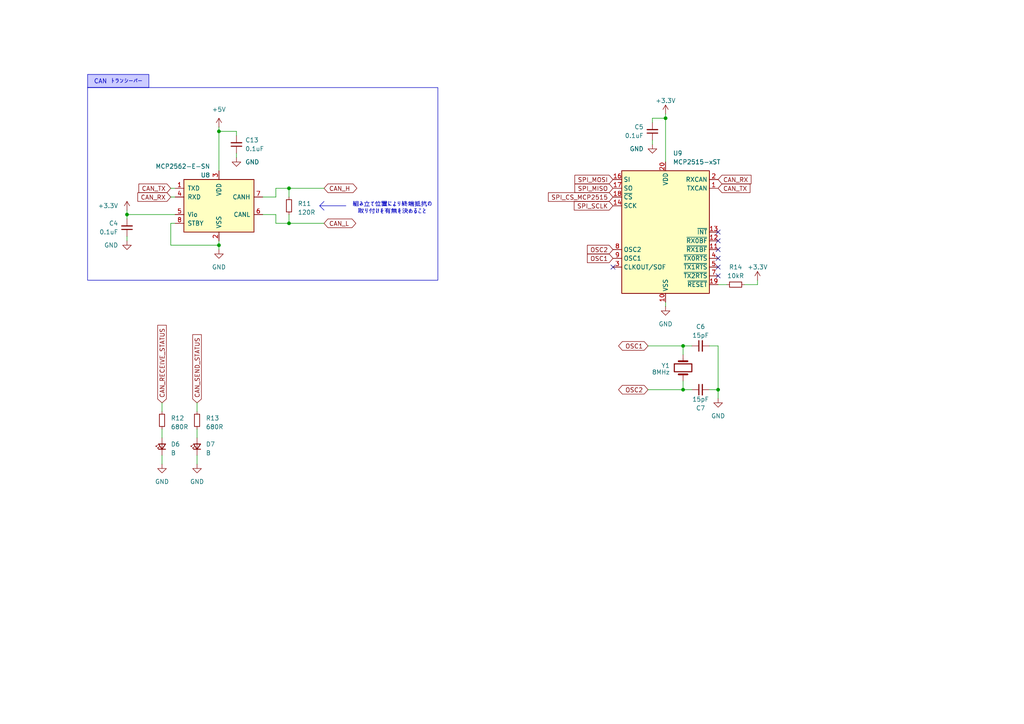
<source format=kicad_sch>
(kicad_sch (version 20250114) (generator "eeschema") (generator_version "9.0")
  (paper "A4")
  (lib_symbols
    (symbol "Device:C_Small" (pin_numbers (hide yes)) (pin_names (offset 0.254) (hide yes))
      (property "Reference" "C" (at 0.254 1.778 0))
      (property "Value" "C_Small" (at 0.254 -2.032 0))
      (symbol "C_Small_0_1"
        (polyline (pts (xy -1.524 0.508) (xy 1.524 0.508)) (stroke (width 0.3048)))
        (polyline (pts (xy -1.524 -0.508) (xy 1.524 -0.508)) (stroke (width 0.3302)))
      )
      (symbol "C_Small_1_1"
        (pin passive line (at 0 2.54 270) (length 2.032) (name "~") (number "1"))
        (pin passive line (at 0 -2.54 90) (length 2.032) (name "~") (number "2"))
      )
    )
    (symbol "Device:Crystal" (pin_numbers (hide yes)) (pin_names (offset 1.016) (hide yes))
      (property "Reference" "Y" (at 0 3.81 0))
      (property "Value" "Crystal" (at 0 -3.81 0))
      (symbol "Crystal_0_1"
        (polyline (pts (xy -2.54 0) (xy -1.905 0)))
        (polyline (pts (xy -1.905 -1.27) (xy -1.905 1.27)) (stroke (width 0.508)))
        (rectangle (start -1.143 2.54) (end 1.143 -2.54) (stroke (width 0.3048)))
        (polyline (pts (xy 1.905 -1.27) (xy 1.905 1.27)) (stroke (width 0.508)))
        (polyline (pts (xy 2.54 0) (xy 1.905 0)))
      )
      (symbol "Crystal_1_1"
        (pin passive line (at -3.81 0 0) (length 1.27) (name "1") (number "1"))
        (pin passive line (at 3.81 0 180) (length 1.27) (name "2") (number "2"))
      )
    )
    (symbol "Device:LED_Small" (pin_numbers (hide yes)) (pin_names (offset 0.254) (hide yes))
      (property "Reference" "D" (at -1.27 3.175 0))
      (property "Value" "LED_Small" (at -4.445 -2.54 0))
      (symbol "LED_Small_0_1"
        (polyline (pts (xy -0.762 -1.016) (xy -0.762 1.016)) (stroke (width 0.254)))
        (polyline (pts (xy 0 0.762) (xy -0.508 1.27) (xy -0.254 1.27) (xy -0.508 1.27) (xy -0.508 1.016)))
        (polyline (pts (xy 0.508 1.27) (xy 0 1.778) (xy 0.254 1.778) (xy 0 1.778) (xy 0 1.524)))
        (polyline (pts (xy 0.762 -1.016) (xy -0.762 0) (xy 0.762 1.016) (xy 0.762 -1.016)) (stroke (width 0.254)))
        (polyline (pts (xy 1.016 0) (xy -0.762 0)))
      )
      (symbol "LED_Small_1_1"
        (pin passive line (at -2.54 0 0) (length 1.778) (name "K") (number "1"))
        (pin passive line (at 2.54 0 180) (length 1.778) (name "A") (number "2"))
      )
    )
    (symbol "Device:R_Small" (pin_numbers (hide yes)) (pin_names (offset 0.254) (hide yes))
      (property "Reference" "R" (at 0.762 0.508 0))
      (property "Value" "R_Small" (at 0.762 -1.016 0))
      (symbol "R_Small_0_1"
        (rectangle (start -0.762 1.778) (end 0.762 -1.778) (stroke (width 0.2032)))
      )
      (symbol "R_Small_1_1"
        (pin passive line (at 0 2.54 270) (length 0.762) (name "~") (number "1"))
        (pin passive line (at 0 -2.54 90) (length 0.762) (name "~") (number "2"))
      )
    )
    (symbol "GND_1" (power) (pin_numbers (hide yes)) (pin_names (offset 0) (hide yes))
      (property "Value" "GND" (at 0 -3.81 0))
      (symbol "GND_1_0_1"
        (polyline (pts (xy 0 0) (xy 0 -1.27) (xy 1.27 -1.27) (xy 0 -2.54) (xy -1.27 -1.27) (xy 0 -1.27)))
      )
      (symbol "GND_1_1_1"
        (pin power_in line (at 0 0 270) (length 0) (name "~") (number "1"))
      )
    )
    (symbol "Interface_CAN_LIN:MCP2515-xST"
      (property "Reference" "U" (at -10.16 19.685 0))
      (property "Value" "MCP2515-xST" (at 19.05 20.32 0))
      (symbol "MCP2515-xST_0_1"
        (rectangle (start -12.7 17.78) (end 12.7 -17.78) (stroke (width 0.254)) (fill (type background)))
      )
      (symbol "MCP2515-xST_1_1"
        (pin input line (at -15.24 15.24 0) (length 2.54) (name "SI") (number "16"))
        (pin output line (at -15.24 12.7 0) (length 2.54) (name "SO") (number "17"))
        (pin input line (at -15.24 10.16 0) (length 2.54) (name "~{CS}") (number "18"))
        (pin input line (at -15.24 7.62 0) (length 2.54) (name "SCK") (number "14"))
        (pin output line (at -15.24 -5.08 0) (length 2.54) (name "OSC2") (number "8"))
        (pin input line (at -15.24 -7.62 0) (length 2.54) (name "OSC1") (number "9"))
        (pin output line (at -15.24 -10.16 0) (length 2.54) (name "CLKOUT/SOF") (number "3"))
        (pin no_connect line (at -12.7 0 0) (length 2.54) (hide yes) (name "NC") (number "6"))
        (pin no_connect line (at -12.7 -2.54 0) (length 2.54) (hide yes) (name "NC") (number "15"))
        (pin power_in line (at 0 20.32 270) (length 2.54) (name "VDD") (number "20"))
        (pin power_in line (at 0 -20.32 90) (length 2.54) (name "VSS") (number "10"))
        (pin input line (at 15.24 15.24 180) (length 2.54) (name "RXCAN") (number "2"))
        (pin output line (at 15.24 12.7 180) (length 2.54) (name "TXCAN") (number "1"))
        (pin output line (at 15.24 0 180) (length 2.54) (name "~{INT}") (number "13"))
        (pin output line (at 15.24 -2.54 180) (length 2.54) (name "~{RX0BF}") (number "12"))
        (pin output line (at 15.24 -5.08 180) (length 2.54) (name "~{RX1BF}") (number "11"))
        (pin input line (at 15.24 -7.62 180) (length 2.54) (name "~{TX0RTS}") (number "4"))
        (pin input line (at 15.24 -10.16 180) (length 2.54) (name "~{TX1RTS}") (number "5"))
        (pin input line (at 15.24 -12.7 180) (length 2.54) (name "~{TX2RTS}") (number "7"))
        (pin input line (at 15.24 -15.24 180) (length 2.54) (name "~{RESET}") (number "19"))
      )
    )
    (symbol "Interface_CAN_LIN:MCP2562-E-SN" (pin_names (offset 1.016))
      (property "Reference" "U" (at -10.16 8.89 0))
      (property "Value" "MCP2562-E-SN" (at 2.54 8.89 0))
      (symbol "MCP2562-E-SN_0_1"
        (rectangle (start -10.16 7.62) (end 10.16 -7.62) (stroke (width 0.254)) (fill (type background)))
      )
      (symbol "MCP2562-E-SN_1_1"
        (pin input line (at -12.7 5.08 0) (length 2.54) (name "TXD") (number "1"))
        (pin output line (at -12.7 2.54 0) (length 2.54) (name "RXD") (number "4"))
        (pin power_in line (at -12.7 -2.54 0) (length 2.54) (name "Vio") (number "5"))
        (pin input line (at -12.7 -5.08 0) (length 2.54) (name "STBY") (number "8"))
        (pin power_in line (at 0 10.16 270) (length 2.54) (name "VDD") (number "3"))
        (pin power_in line (at 0 -10.16 90) (length 2.54) (name "VSS") (number "2"))
        (pin bidirectional line (at 12.7 2.54 180) (length 2.54) (name "CANH") (number "7"))
        (pin bidirectional line (at 12.7 -2.54 180) (length 2.54) (name "CANL") (number "6"))
      )
    )
    (symbol "power:+3.3V" (power) (pin_names (offset 0))
      (property "Value" "+3.3V" (at 0 3.556 0))
      (symbol "+3.3V_0_1"
        (polyline (pts (xy -0.762 1.27) (xy 0 2.54)))
        (polyline (pts (xy 0 2.54) (xy 0.762 1.27)))
        (polyline (pts (xy 0 0) (xy 0 2.54)))
      )
      (symbol "+3.3V_1_1"
        (pin power_in line (at 0 0 90) (length 0) (hide yes) (name "+3.3V") (number "1"))
      )
    )
    (symbol "power:+5V" (power) (pin_numbers (hide yes)) (pin_names (offset 0) (hide yes))
      (property "Value" "+5V" (at 0 3.556 0))
      (symbol "+5V_0_1"
        (polyline (pts (xy -0.762 1.27) (xy 0 2.54)))
        (polyline (pts (xy 0 2.54) (xy 0.762 1.27)))
        (polyline (pts (xy 0 0) (xy 0 2.54)))
      )
      (symbol "+5V_1_1"
        (pin power_in line (at 0 0 90) (length 0) (name "~") (number "1"))
      )
    )
    (symbol "power:GND" (power) (pin_names (offset 0))
      (property "Value" "GND" (at 0 -3.81 0))
      (symbol "GND_0_1"
        (polyline (pts (xy 0 0) (xy 0 -1.27) (xy 1.27 -1.27) (xy 0 -2.54) (xy -1.27 -1.27) (xy 0 -1.27)))
      )
      (symbol "GND_1_1"
        (pin power_in line (at 0 0 270) (length 0) (hide yes) (name "GND") (number "1"))
      )
    )
  )
  (rectangle (start 25.4 25.4) (end 127 81.28))
  (text "組み立て位置により終端抵抗の\n取り付けを有無を決めること" (at 113.792 60.452 0) (effects (font (size 1.27 1.27))))
  (text_box "CAN トランシーバー" (at 25.4 21.59 0) (size 17.78 3.81) (margins 0.9525 0.9525 0.9525 0.9525) (fill (type color) (color 0 0 255 0.2)) (effects (font (size 1.27 1.27))))
  (junction (at 83.82 64.77))
  (junction (at 36.83 62.23))
  (junction (at 63.5 71.12))
  (junction (at 198.12 100.33))
  (junction (at 83.82 54.61))
  (junction (at 63.5 38.1))
  (junction (at 198.12 113.03))
  (junction (at 193.04 34.29))
  (junction (at 208.28 113.03))
  (no_connect (at 177.8 77.47))
  (no_connect (at 208.28 74.93))
  (no_connect (at 208.28 80.01))
  (no_connect (at 208.28 72.39))
  (no_connect (at 208.28 69.85))
  (no_connect (at 208.28 77.47))
  (no_connect (at 208.28 67.31))
  (wire (pts (xy 219.71 82.55) (xy 219.71 81.28)))
  (wire (pts (xy 208.28 82.55) (xy 210.82 82.55)))
  (wire (pts (xy 208.28 113.03) (xy 208.28 100.33)))
  (wire (pts (xy 80.01 57.15) (xy 76.2 57.15)))
  (wire (pts (xy 57.15 132.08) (xy 57.15 134.62)))
  (wire (pts (xy 189.23 40.64) (xy 189.23 41.91)))
  (polyline (pts (xy 92.71 59.69) (xy 93.98 58.42)))
  (wire (pts (xy 63.5 71.12) (xy 49.53 71.12)))
  (wire (pts (xy 46.99 132.08) (xy 46.99 134.62)))
  (wire (pts (xy 205.74 113.03) (xy 208.28 113.03)))
  (wire (pts (xy 83.82 54.61) (xy 83.82 57.15)))
  (wire (pts (xy 50.8 64.77) (xy 49.53 64.77)))
  (wire (pts (xy 36.83 62.23) (xy 36.83 60.96)))
  (wire (pts (xy 198.12 100.33) (xy 200.66 100.33)))
  (wire (pts (xy 68.58 44.45) (xy 68.58 45.72)))
  (wire (pts (xy 83.82 54.61) (xy 80.01 54.61)))
  (wire (pts (xy 80.01 54.61) (xy 80.01 57.15)))
  (wire (pts (xy 193.04 34.29) (xy 193.04 46.99)))
  (wire (pts (xy 189.23 35.56) (xy 189.23 34.29)))
  (wire (pts (xy 193.04 33.02) (xy 193.04 34.29)))
  (wire (pts (xy 80.01 62.23) (xy 76.2 62.23)))
  (wire (pts (xy 63.5 38.1) (xy 63.5 49.53)))
  (wire (pts (xy 36.83 68.58) (xy 36.83 69.85)))
  (wire (pts (xy 93.98 64.77) (xy 83.82 64.77)))
  (wire (pts (xy 215.9 82.55) (xy 219.71 82.55)))
  (wire (pts (xy 50.8 62.23) (xy 36.83 62.23)))
  (wire (pts (xy 50.8 54.61) (xy 49.53 54.61)))
  (wire (pts (xy 189.23 34.29) (xy 193.04 34.29)))
  (wire (pts (xy 83.82 62.23) (xy 83.82 64.77)))
  (wire (pts (xy 63.5 69.85) (xy 63.5 71.12)))
  (wire (pts (xy 49.53 64.77) (xy 49.53 71.12)))
  (wire (pts (xy 63.5 71.12) (xy 63.5 72.39)))
  (polyline (pts (xy 92.71 59.69) (xy 100.33 59.69)))
  (wire (pts (xy 205.74 100.33) (xy 208.28 100.33)))
  (wire (pts (xy 83.82 64.77) (xy 80.01 64.77)))
  (wire (pts (xy 57.15 124.46) (xy 57.15 127)))
  (wire (pts (xy 68.58 38.1) (xy 63.5 38.1)))
  (polyline (pts (xy 92.71 59.69) (xy 93.98 60.96)))
  (wire (pts (xy 193.04 88.9) (xy 193.04 87.63)))
  (wire (pts (xy 50.8 57.15) (xy 49.53 57.15)))
  (wire (pts (xy 198.12 113.03) (xy 200.66 113.03)))
  (wire (pts (xy 63.5 36.83) (xy 63.5 38.1)))
  (wire (pts (xy 46.99 116.84) (xy 46.99 119.38)))
  (wire (pts (xy 93.98 54.61) (xy 83.82 54.61)))
  (wire (pts (xy 68.58 39.37) (xy 68.58 38.1)))
  (wire (pts (xy 187.96 100.33) (xy 198.12 100.33)))
  (wire (pts (xy 187.96 113.03) (xy 198.12 113.03)))
  (wire (pts (xy 198.12 102.87) (xy 198.12 100.33)))
  (wire (pts (xy 80.01 64.77) (xy 80.01 62.23)))
  (wire (pts (xy 57.15 116.84) (xy 57.15 119.38)))
  (wire (pts (xy 208.28 115.57) (xy 208.28 113.03)))
  (wire (pts (xy 46.99 124.46) (xy 46.99 127)))
  (wire (pts (xy 198.12 110.49) (xy 198.12 113.03)))
  (wire (pts (xy 36.83 63.5) (xy 36.83 62.23)))
  (global_label "CAN_H" (shape bidirectional) (at 93.98 54.61 0) (property "Intersheetrefs" "${INTERSHEET_REFS}" (effects (hide yes))))
  (global_label "CAN_SEND_STATUS" (shape input) (at 57.15 116.84 90) (property "Intersheetrefs" "${INTERSHEET_REFS}" (effects (hide yes))))
  (global_label "CAN_RX" (shape input) (at 208.28 52.07 0) (property "Intersheetrefs" "${INTERSHEET_REFS}" (effects (hide yes))))
  (global_label "CAN_TX" (shape input) (at 208.28 54.61 0) (property "Intersheetrefs" "${INTERSHEET_REFS}" (effects (hide yes))))
  (global_label "SPI_MISO" (shape input) (at 177.8 54.61 180) (property "Intersheetrefs" "${INTERSHEET_REFS}" (effects (hide yes))))
  (global_label "OSC1" (shape bidirectional) (at 187.96 100.33 180) (property "Intersheetrefs" "${INTERSHEET_REFS}" (effects (hide yes))))
  (global_label "OSC1" (shape input) (at 177.8 74.93 180) (property "Intersheetrefs" "${INTERSHEET_REFS}" (effects (hide yes))))
  (global_label "OSC2" (shape input) (at 177.8 72.39 180) (property "Intersheetrefs" "${INTERSHEET_REFS}" (effects (hide yes))))
  (global_label "CAN_RECEIVE_STATUS" (shape input) (at 46.99 116.84 90) (property "Intersheetrefs" "${INTERSHEET_REFS}" (effects (hide yes))))
  (global_label "SPI_SCLK" (shape input) (at 177.8 59.69 180) (property "Intersheetrefs" "${INTERSHEET_REFS}" (effects (hide yes))))
  (global_label "SPI_CS_MCP2515" (shape input) (at 177.8 57.15 180) (property "Intersheetrefs" "${INTERSHEET_REFS}" (effects (hide yes))))
  (global_label "SPI_MOSI" (shape input) (at 177.8 52.07 180) (property "Intersheetrefs" "${INTERSHEET_REFS}" (effects (hide yes))))
  (global_label "CAN_TX" (shape input) (at 49.53 54.61 180) (property "Intersheetrefs" "${INTERSHEET_REFS}" (effects (hide yes))))
  (global_label "CAN_RX" (shape input) (at 49.53 57.15 180) (property "Intersheetrefs" "${INTERSHEET_REFS}" (effects (hide yes))))
  (global_label "OSC2" (shape bidirectional) (at 187.96 113.03 180) (property "Intersheetrefs" "${INTERSHEET_REFS}" (effects (hide yes))))
  (global_label "CAN_L" (shape bidirectional) (at 93.98 64.77 0) (property "Intersheetrefs" "${INTERSHEET_REFS}" (effects (hide yes))))
  (symbol (lib_id "Device:R_Small") (at 46.99 121.92 0) (unit 1)
    (property "Reference" "R12" (at 49.53 121.285 0) (effects (justify left)))
    (property "Value" "680R" (at 49.53 123.825 0) (effects (justify left)))
    (property "Footprint" "Resistor_SMD:R_0603_1608Metric_Pad0.98x0.95mm_HandSolder" (effects (hide yes)))
    (property "Datasheet" "https://www.chip1stop.com/view/dispDetail/DispDetail?partId=ROHM-0040175" (effects (hide yes)))
  )
  (symbol (lib_id "power:+3.3V") (at 219.71 81.28 0) (unit 1)
    (property "Reference" "#PWR027" (effects (hide yes)))
    (property "Value" "+3.3V" (at 219.71 77.47 0))
    (instances (project "FlightModule" (path "" (reference "#PWR027") (unit 1))) (project "SystemData" (path "" (reference "#PWR015") (unit 1))))
  )
  (symbol (lib_id "power:GND") (at 68.58 45.72 0) (unit 1)
    (property "Reference" "#PWR024" (effects (hide yes)))
    (property "Value" "GND" (at 71.12 46.9899 0) (effects (justify left)))
  )
  (symbol (lib_id "Interface_CAN_LIN:MCP2515-xST") (at 193.04 67.31 0) (unit 1)
    (property "Reference" "U9" (at 195.1833 44.45 0) (effects (justify left)))
    (property "Value" "MCP2515-xST" (at 195.1833 46.99 0) (effects (justify left)))
    (property "Footprint" "Package_SO:TSSOP-20_4.4x6.5mm_P0.65mm" (effects (hide yes)))
    (property "Datasheet" "http://ww1.microchip.com/downloads/en/DeviceDoc/21801e.pdf" (effects (hide yes)))
    (property "Description" "Stand-Alone CAN Controller with SPI Interface, TSSOP-20" (effects (hide yes)))
  )
  (symbol (lib_id "Device:Crystal") (at 198.12 106.68 270) (mirror x) (unit 1)
    (property "Reference" "Y1" (at 194.31 106.045 90) (effects (justify right)))
    (property "Value" "8MHz" (at 194.31 107.95 90) (effects (justify right)))
    (property "Footprint" "Crystal:Crystal_SMD_HC49-SD" (effects (hide yes)))
    (property "Datasheet" "https://akizukidenshi.com/catalog/g/gP-08667/" (effects (hide yes)))
  )
  (symbol (lib_id "power:GND") (at 63.5 72.39 0) (mirror y) (unit 1)
    (property "Reference" "#PWR021" (effects (hide yes)))
    (property "Value" "GND" (at 63.5 77.47 0))
  )
  (symbol (lib_id "Device:R_Small") (at 213.36 82.55 90) (unit 1)
    (property "Reference" "R14" (at 213.36 77.47 90))
    (property "Value" "10kR" (at 213.36 80.01 90))
    (property "Footprint" "Resistor_SMD:R_0603_1608Metric_Pad0.98x0.95mm_HandSolder" (effects (hide yes)))
    (property "Datasheet" "https://www.chip1stop.com/view/dispDetail/DispDetail?partId=ROHM-0021098" (effects (hide yes)))
  )
  (symbol (lib_id "power:+5V") (at 63.5 36.83 0) (mirror y) (unit 1)
    (property "Reference" "#PWR023" (effects (hide yes)))
    (property "Value" "+5V" (at 63.5 31.75 0))
    (property "Description" "Power symbol creates a global label with name \"+5V\"" (effects (hide yes)))
  )
  (symbol (lib_id "Device:C_Small") (at 68.58 41.91 180) (unit 1)
    (property "Reference" "C13" (at 71.12 40.6335 0) (effects (justify right)))
    (property "Value" "0.1uF" (at 71.12 43.1735 0) (effects (justify right)))
    (property "Footprint" "Capacitor_SMD:C_0603_1608Metric_Pad1.08x0.95mm_HandSolder" (effects (hide yes)))
    (property "Datasheet" "https://akizukidenshi.com/catalog/g/gP-16143/" (effects (hide yes)))
  )
  (symbol (lib_id "power:GND") (at 57.15 134.62 0) (unit 1)
    (property "Reference" "#PWR022" (effects (hide yes)))
    (property "Value" "GND" (at 57.15 139.7 0))
    (instances (project "FlightModule" (path "" (reference "#PWR022") (unit 1))) (project "SystemData" (path "" (reference "#PWR021") (unit 1))))
  )
  (symbol (lib_id "Device:C_Small") (at 36.83 66.04 0) (mirror x) (unit 1)
    (property "Reference" "C4" (at 34.29 64.7635 0) (effects (justify right)))
    (property "Value" "0.1uF" (at 34.29 67.3035 0) (effects (justify right)))
    (property "Footprint" "Capacitor_SMD:C_0603_1608Metric_Pad1.08x0.95mm_HandSolder" (effects (hide yes)))
    (property "Datasheet" "https://akizukidenshi.com/catalog/g/gP-16143/" (effects (hide yes)))
  )
  (symbol (lib_id "Device:C_Small") (at 203.2 113.03 90) (mirror x) (unit 1)
    (property "Reference" "C7" (at 203.2 118.364 90))
    (property "Value" "15pF" (at 203.2 115.824 90))
    (property "Footprint" "Capacitor_SMD:C_0603_1608Metric_Pad1.08x0.95mm_HandSolder" (effects (hide yes)))
    (property "Datasheet" "https://akizukidenshi.com/catalog/g/gP-16143/" (effects (hide yes)))
  )
  (symbol (lib_id "power:GND") (at 46.99 134.62 0) (unit 1)
    (property "Reference" "#PWR020" (effects (hide yes)))
    (property "Value" "GND" (at 46.99 139.7 0))
    (instances (project "FlightModule" (path "" (reference "#PWR020") (unit 1))) (project "SystemData" (path "" (reference "#PWR021") (unit 1))))
  )
  (symbol (lib_id "power:GND") (at 208.28 115.57 0) (unit 1)
    (property "Reference" "#PWR031" (effects (hide yes)))
    (property "Value" "GND" (at 208.28 120.65 0))
    (instances (project "FlightModule" (path "" (reference "#PWR031") (unit 1))) (project "SystemData" (path "" (reference "#PWR025") (unit 1))))
  )
  (symbol (lib_id "power:GND") (at 189.23 41.91 0) (mirror y) (unit 1)
    (property "Reference" "#PWR028" (effects (hide yes)))
    (property "Value" "GND" (at 186.69 43.1799 0) (effects (justify left)))
    (instances (project "FlightModule" (path "" (reference "#PWR028") (unit 1))) (project "SystemData" (path "" (reference "#PWR06") (unit 1))))
  )
  (symbol (lib_id "Device:C_Small") (at 203.2 100.33 90) (unit 1)
    (property "Reference" "C6" (at 203.2 94.742 90))
    (property "Value" "15pF" (at 203.2 97.282 90))
    (property "Footprint" "Capacitor_SMD:C_0603_1608Metric_Pad1.08x0.95mm_HandSolder" (effects (hide yes)))
    (property "Datasheet" "https://akizukidenshi.com/catalog/g/gP-16143/" (effects (hide yes)))
  )
  (symbol (lib_id "Device:C_Small") (at 189.23 38.1 0) (mirror x) (unit 1)
    (property "Reference" "C5" (at 186.69 36.8235 0) (effects (justify right)))
    (property "Value" "0.1uF" (at 186.69 39.3635 0) (effects (justify right)))
    (property "Footprint" "Capacitor_SMD:C_0603_1608Metric_Pad1.08x0.95mm_HandSolder" (effects (hide yes)))
    (property "Datasheet" "https://akizukidenshi.com/catalog/g/gP-16143/" (effects (hide yes)))
  )
  (symbol (lib_id "Device:R_Small") (at 57.15 121.92 0) (unit 1)
    (property "Reference" "R13" (at 59.69 121.285 0) (effects (justify left)))
    (property "Value" "680R" (at 59.69 123.825 0) (effects (justify left)))
    (property "Footprint" "Resistor_SMD:R_0603_1608Metric_Pad0.98x0.95mm_HandSolder" (effects (hide yes)))
    (property "Datasheet" "https://www.chip1stop.com/view/dispDetail/DispDetail?partId=ROHM-0040175" (effects (hide yes)))
  )
  (symbol (lib_id "Device:LED_Small") (at 46.99 129.54 90) (unit 1)
    (property "Reference" "D6" (at 49.53 128.8415 90) (effects (justify right)))
    (property "Value" "B" (at 49.53 131.3815 90) (effects (justify right)))
    (property "Footprint" "LED_SMD:LED_0603_1608Metric_Pad1.05x0.95mm_HandSolder" (effects (hide yes)))
    (property "Datasheet" "https://akizukidenshi.com/catalog/g/gI-03982/" (effects (hide yes)))
  )
  (symbol (lib_id "Device:LED_Small") (at 57.15 129.54 90) (unit 1)
    (property "Reference" "D7" (at 59.69 128.8415 90) (effects (justify right)))
    (property "Value" "B" (at 59.69 131.3815 90) (effects (justify right)))
    (property "Footprint" "LED_SMD:LED_0603_1608Metric_Pad1.05x0.95mm_HandSolder" (effects (hide yes)))
    (property "Datasheet" "https://akizukidenshi.com/catalog/g/gI-03982/" (effects (hide yes)))
  )
  (symbol (lib_id "Device:R_Small") (at 83.82 59.69 0) (unit 1)
    (property "Reference" "R11" (at 86.36 59.055 0) (effects (justify left)))
    (property "Value" "120R" (at 86.36 61.595 0) (effects (justify left)))
    (property "Footprint" "Resistor_SMD:R_0603_1608Metric_Pad0.98x0.95mm_HandSolder" (effects (hide yes)))
    (property "Datasheet" "https://www.chip1stop.com/view/dispDetail/DispDetail?partId=ROHM-0040116" (effects (hide yes)))
  )
  (symbol (lib_id "Interface_CAN_LIN:MCP2562-E-SN") (at 63.5 59.69 0) (unit 1)
    (property "Reference" "U8" (at 60.96 50.8 0) (effects (justify right)))
    (property "Value" "MCP2562-E-SN" (at 60.96 48.26 0) (effects (justify right)))
    (property "Footprint" "Package_SO:SOIC-8_3.9x4.9mm_P1.27mm" (effects (hide yes)))
    (property "Datasheet" "http://ww1.microchip.com/downloads/en/DeviceDoc/25167A.pdf" (effects (hide yes)))
    (property "Description" "High-Speed CAN Transceiver, 1Mbps, 5V supply, Vio pin, -40C to +125C, SOIC-8" (effects (hide yes)))
  )
  (symbol (lib_id "power:+3.3V") (at 193.04 33.02 0) (unit 1)
    (property "Reference" "#PWR029" (effects (hide yes)))
    (property "Value" "+3.3V" (at 193.04 29.21 0))
    (instances (project "FlightModule" (path "" (reference "#PWR029") (unit 1))) (project "SystemData" (path "" (reference "#PWR016") (unit 1))))
  )
  (symbol (lib_id "power:+3.3V") (at 36.83 60.96 0) (mirror y) (unit 1)
    (property "Reference" "#PWR026" (effects (hide yes)))
    (property "Value" "+3.3V" (at 34.29 59.6899 0) (effects (justify left)))
    (instances (project "FlightModule" (path "" (reference "#PWR026") (unit 1))) (project "SystemData" (path "" (reference "#PWR012") (unit 1))))
  )
  (symbol (lib_id "power:GND") (at 36.83 69.85 0) (mirror y) (unit 1)
    (property "Reference" "#PWR025" (effects (hide yes)))
    (property "Value" "GND" (at 34.29 71.1199 0) (effects (justify left)))
    (instances (project "FlightModule" (path "" (reference "#PWR025") (unit 1))) (project "SystemData" (path "" (reference "#PWR06") (unit 1))))
  )
  (symbol (lib_name "GND_1") (lib_id "power:GND") (at 193.04 88.9 0) (unit 1)
    (property "Reference" "#PWR032" (effects (hide yes)))
    (property "Value" "GND" (at 193.04 93.98 0))
    (property "Description" "Power symbol creates a global label with name \"GND\" , ground" (effects (hide yes)))
  )
)
</source>
